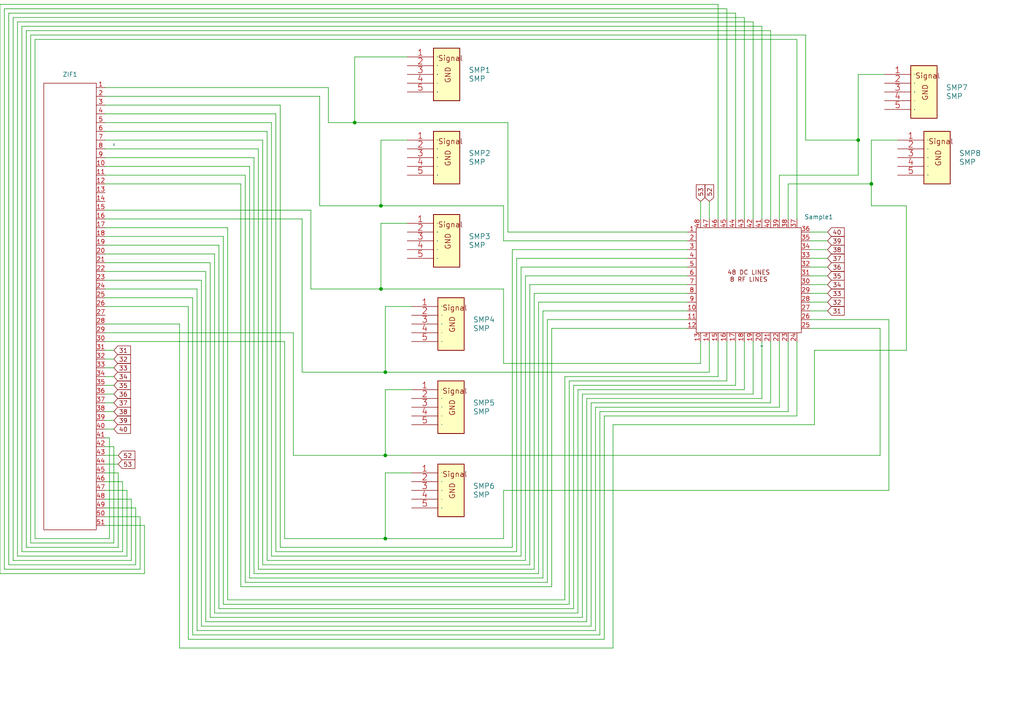
<source format=kicad_sch>
(kicad_sch (version 20231120) (generator "eeschema") (generator_version "8.0")
  (paper "A4")
  (title_block (title "Wide Carrier PCB") (date "2023-11-02") (rev "v1") (company "Quantum Science and Technology Lab") (comment 1 "By: Marcus Edwards"))
  (lib_symbols
    (symbol "carrier:SMP" (pin_names (offset 1.016))
      (property "Reference" "SMP" (at 7.62 7.62 0))
      (property "Value" "SMP" (at 7.62 -10.16 0))
      (symbol "SMP_0_1"
        (rectangle (start 7.62 -7.62) (end 15.24 7.62) (stroke (width 0.254)) (fill (type background)))
        (pin passive line (at 0 5.08 0) (length 7.62) (name "1") (number "1"))
        (pin passive line (at 0 2.54 0) (length 7.62) (name "2") (number "2"))
        (pin passive line (at 0 0 0) (length 7.62) (name "3") (number "3"))
        (pin passive line (at 0 -2.54 0) (length 7.62) (name "4") (number "4"))
        (pin passive line (at 0 -5.08 0) (length 7.62) (name "5") (number "5"))
      )
      (symbol "SMP_1_1"
        (text "GND" (at 12.7 -2.54 900) (effects (font (size 1.524 1.524)) (justify left bottom)))
        (text "Signal" (at 8.89 3.81 0) (effects (font (size 1.524 1.524)) (justify left bottom)))
      )
    )
    (symbol "new_carrier:MOLEX_5025985193"
      (property "Reference" "ZIF" (at 0 -12.7 0))
      (symbol "MOLEX_5025985193_1_1"
        (rectangle (start -62.23 -3.81) (end 67.31 -19.05))
        (pin passive line (at -60.96 -1.27 270) (length 2.54) (name "") (number "1"))
        (pin passive line (at -38.1 -1.27 270) (length 2.54) (name "") (number "10"))
        (pin passive line (at -35.56 -1.27 270) (length 2.54) (name "") (number "11"))
        (pin passive line (at -33.02 -1.27 270) (length 2.54) (name "") (number "12"))
        (pin passive line (at -30.48 -1.27 270) (length 2.54) (name "") (number "13"))
        (pin passive line (at -27.94 -1.27 270) (length 2.54) (name "") (number "14"))
        (pin passive line (at -25.4 -1.27 270) (length 2.54) (name "") (number "15"))
        (pin passive line (at -22.86 -1.27 270) (length 2.54) (name "") (number "16"))
        (pin passive line (at -20.32 -1.27 270) (length 2.54) (name "") (number "17"))
        (pin passive line (at -17.78 -1.27 270) (length 2.54) (name "") (number "18"))
        (pin passive line (at -15.24 -1.27 270) (length 2.54) (name "") (number "19"))
        (pin passive line (at -58.42 -1.27 270) (length 2.54) (name "") (number "2"))
        (pin passive line (at -12.7 -1.27 270) (length 2.54) (name "") (number "20"))
        (pin passive line (at -10.16 -1.27 270) (length 2.54) (name "") (number "21"))
        (pin passive line (at -7.62 -1.27 270) (length 2.54) (name "") (number "22"))
        (pin passive line (at -5.08 -1.27 270) (length 2.54) (name "") (number "23"))
        (pin passive line (at -2.54 -1.27 270) (length 2.54) (name "") (number "24"))
        (pin passive line (at 0 -1.27 270) (length 2.54) (name "") (number "25"))
        (pin passive line (at 2.54 -1.27 270) (length 2.54) (name "") (number "26"))
        (pin passive line (at 5.08 -1.27 270) (length 2.54) (name "") (number "27"))
        (pin passive line (at 7.62 -1.27 270) (length 2.54) (name "") (number "28"))
        (pin passive line (at 10.16 -1.27 270) (length 2.54) (name "") (number "29"))
        (pin passive line (at -55.88 -1.27 270) (length 2.54) (name "") (number "3"))
        (pin passive line (at 12.7 -1.27 270) (length 2.54) (name "") (number "30"))
        (pin passive line (at 15.24 -1.27 270) (length 2.54) (name "") (number "31"))
        (pin passive line (at 17.78 -1.27 270) (length 2.54) (name "") (number "32"))
        (pin passive line (at 20.32 -1.27 270) (length 2.54) (name "") (number "33"))
        (pin passive line (at 22.86 -1.27 270) (length 2.54) (name "") (number "34"))
        (pin passive line (at 25.4 -1.27 270) (length 2.54) (name "") (number "35"))
        (pin passive line (at 27.94 -1.27 270) (length 2.54) (name "") (number "36"))
        (pin passive line (at 30.48 -1.27 270) (length 2.54) (name "") (number "37"))
        (pin passive line (at 33.02 -1.27 270) (length 2.54) (name "") (number "38"))
        (pin passive line (at 35.56 -1.27 270) (length 2.54) (name "") (number "39"))
        (pin passive line (at -53.34 -1.27 270) (length 2.54) (name "") (number "4"))
        (pin passive line (at 38.1 -1.27 270) (length 2.54) (name "") (number "40"))
        (pin passive line (at 40.64 -1.27 270) (length 2.54) (name "") (number "41"))
        (pin passive line (at 43.18 -1.27 270) (length 2.54) (name "") (number "42"))
        (pin passive line (at 45.72 -1.27 270) (length 2.54) (name "") (number "43"))
        (pin passive line (at 48.26 -1.27 270) (length 2.54) (name "") (number "44"))
        (pin passive line (at 50.8 -1.27 270) (length 2.54) (name "") (number "45"))
        (pin passive line (at 53.34 -1.27 270) (length 2.54) (name "") (number "46"))
        (pin passive line (at 55.88 -1.27 270) (length 2.54) (name "") (number "47"))
        (pin passive line (at 58.42 -1.27 270) (length 2.54) (name "") (number "48"))
        (pin passive line (at 60.96 -1.27 270) (length 2.54) (name "") (number "49"))
        (pin passive line (at -50.8 -1.27 270) (length 2.54) (name "") (number "5"))
        (pin passive line (at 63.5 -1.27 270) (length 2.54) (name "") (number "50"))
        (pin passive line (at 66.04 -1.27 270) (length 2.54) (name "") (number "51"))
        (pin passive line (at -48.26 -1.27 270) (length 2.54) (name "") (number "6"))
        (pin passive line (at -45.72 -1.27 270) (length 2.54) (name "") (number "7"))
        (pin passive line (at -43.18 -1.27 270) (length 2.54) (name "") (number "8"))
        (pin passive line (at -40.64 -1.27 270) (length 2.54) (name "") (number "9"))
      )
    )
    (symbol "new_carrier:sample" (in_bom no)
      (property "Reference" "Sample" (at 0 -8.89 0))
      (symbol "sample_0_1"
        (rectangle (start -15.24 13.97) (end 15.24 -16.51))
      )
      (symbol "sample_1_1"
        (text "48 DC LINES\n8 RF LINES" (at 0 0 0) (effects (font (size 1.27 1.27))))
        (pin passive line (at -17.78 12.7 0) (length 2.54) (name "") (number "1"))
        (pin passive line (at -17.78 -10.16 0) (length 2.54) (name "") (number "10"))
        (pin passive line (at -17.78 -12.7 0) (length 2.54) (name "") (number "11"))
        (pin passive line (at -17.78 -15.24 0) (length 2.54) (name "") (number "12"))
        (pin passive line (at -13.97 -19.05 90) (length 2.54) (name "") (number "13"))
        (pin passive line (at -11.43 -19.05 90) (length 2.54) (name "") (number "14"))
        (pin passive line (at -8.89 -19.05 90) (length 2.54) (name "") (number "15"))
        (pin passive line (at -6.35 -19.05 90) (length 2.54) (name "") (number "16"))
        (pin passive line (at -3.81 -19.05 90) (length 2.54) (name "") (number "17"))
        (pin passive line (at -1.27 -19.05 90) (length 2.54) (name "") (number "18"))
        (pin passive line (at 1.27 -19.05 90) (length 2.54) (name "") (number "19"))
        (pin passive line (at -17.78 10.16 0) (length 2.54) (name "") (number "2"))
        (pin passive line (at 3.81 -19.05 90) (length 2.54) (name "") (number "20"))
        (pin passive line (at 6.35 -19.05 90) (length 2.54) (name "") (number "21"))
        (pin passive line (at 8.89 -19.05 90) (length 2.54) (name "") (number "22"))
        (pin passive line (at 11.43 -19.05 90) (length 2.54) (name "") (number "23"))
        (pin passive line (at 13.97 -19.05 90) (length 2.54) (name "") (number "24"))
        (pin passive line (at 17.78 -15.24 180) (length 2.54) (name "") (number "25"))
        (pin passive line (at 17.78 -12.7 180) (length 2.54) (name "") (number "26"))
        (pin passive line (at 17.78 -10.16 180) (length 2.54) (name "") (number "27"))
        (pin passive line (at 17.78 -7.62 180) (length 2.54) (name "") (number "28"))
        (pin passive line (at 17.78 -5.08 180) (length 2.54) (name "") (number "29"))
        (pin passive line (at -17.78 7.62 0) (length 2.54) (name "") (number "3"))
        (pin passive line (at 17.78 -2.54 180) (length 2.54) (name "") (number "30"))
        (pin passive line (at 17.78 0 180) (length 2.54) (name "") (number "31"))
        (pin passive line (at 17.78 2.54 180) (length 2.54) (name "") (number "32"))
        (pin passive line (at 17.78 5.08 180) (length 2.54) (name "") (number "33"))
        (pin passive line (at 17.78 7.62 180) (length 2.54) (name "") (number "34"))
        (pin passive line (at 17.78 10.16 180) (length 2.54) (name "") (number "35"))
        (pin passive line (at 17.78 12.7 180) (length 2.54) (name "") (number "36"))
        (pin passive line (at 13.97 16.51 270) (length 2.54) (name "") (number "37"))
        (pin passive line (at 11.43 16.51 270) (length 2.54) (name "") (number "38"))
        (pin passive line (at 8.89 16.51 270) (length 2.54) (name "") (number "39"))
        (pin passive line (at -17.78 5.08 0) (length 2.54) (name "") (number "4"))
        (pin passive line (at 6.35 16.51 270) (length 2.54) (name "") (number "40"))
        (pin passive line (at 3.81 16.51 270) (length 2.54) (name "") (number "41"))
        (pin passive line (at 1.27 16.51 270) (length 2.54) (name "") (number "42"))
        (pin passive line (at -1.27 16.51 270) (length 2.54) (name "") (number "43"))
        (pin passive line (at -3.81 16.51 270) (length 2.54) (name "") (number "44"))
        (pin passive line (at -6.35 16.51 270) (length 2.54) (name "") (number "45"))
        (pin passive line (at -8.89 16.51 270) (length 2.54) (name "") (number "46"))
        (pin passive line (at -11.43 16.51 270) (length 2.54) (name "") (number "47"))
        (pin passive line (at -13.97 16.51 270) (length 2.54) (name "") (number "48"))
        (pin passive line (at -17.78 2.54 0) (length 2.54) (name "") (number "5"))
        (pin passive line (at -17.78 0 0) (length 2.54) (name "") (number "6"))
        (pin passive line (at -17.78 -2.54 0) (length 2.54) (name "") (number "7"))
        (pin passive line (at -17.78 -5.08 0) (length 2.54) (name "") (number "8"))
        (pin passive line (at -17.78 -7.62 0) (length 2.54) (name "") (number "9"))
      )
    )
  )
  (junction (at 111.76 156.21))
  (junction (at 111.76 132.08))
  (junction (at 248.92 40.64))
  (junction (at 102.87 35.56))
  (junction (at 110.49 83.82))
  (junction (at 252.73 53.34))
  (junction (at 110.49 59.69))
  (junction (at 111.76 107.95))
  (wire (pts (xy 157.48 167.64) (xy 157.48 90.17)))
  (wire (pts (xy 148.59 72.39) (xy 199.39 72.39)))
  (wire (pts (xy 8.89 157.48) (xy 8.89 10.16)))
  (wire (pts (xy 2.54 3.81) (xy 2.54 163.83)))
  (wire (pts (xy 30.48 45.72) (xy 73.66 45.72)))
  (wire (pts (xy 5.08 6.35) (xy 5.08 161.29)))
  (wire (pts (xy 30.48 93.98) (xy 52.07 93.98)))
  (wire (pts (xy 87.63 107.95) (xy 111.76 107.95)))
  (wire (pts (xy 36.83 142.24) (xy 30.48 142.24)))
  (wire (pts (xy 173.99 119.38) (xy 228.6 119.38)))
  (wire (pts (xy 234.95 80.01) (xy 240.03 80.01)))
  (wire (pts (xy 40.64 165.1) (xy 40.64 149.86)))
  (wire (pts (xy 2.54 163.83) (xy 39.37 163.83)))
  (wire (pts (xy 33.02 157.48) (xy 8.89 157.48)))
  (wire (pts (xy 82.55 156.21) (xy 111.76 156.21)))
  (wire (pts (xy 163.83 109.22) (xy 208.28 109.22)))
  (wire (pts (xy 30.48 33.02) (xy 80.01 33.02)))
  (wire (pts (xy 146.05 156.21) (xy 146.05 142.24)))
  (wire (pts (xy 73.66 166.37) (xy 156.21 166.37)))
  (wire (pts (xy 30.48 109.22) (xy 33.02 109.22)))
  (wire (pts (xy 30.48 71.12) (xy 63.5 71.12)))
  (wire (pts (xy 31.75 127) (xy 31.75 156.21)))
  (wire (pts (xy 111.76 107.95) (xy 205.74 107.95)))
  (wire (pts (xy 30.48 134.62) (xy 34.29 134.62)))
  (wire (pts (xy 34.29 158.75) (xy 34.29 137.16)))
  (wire (pts (xy 146.05 59.69) (xy 146.05 69.85)))
  (wire (pts (xy 156.21 87.63) (xy 199.39 87.63)))
  (wire (pts (xy 234.95 72.39) (xy 240.03 72.39)))
  (wire (pts (xy 152.4 80.01) (xy 199.39 80.01)))
  (wire (pts (xy 168.91 179.07) (xy 168.91 114.3)))
  (wire (pts (xy 64.77 68.58) (xy 64.77 175.26)))
  (wire (pts (xy 66.04 173.99) (xy 163.83 173.99)))
  (wire (pts (xy 156.21 166.37) (xy 156.21 87.63)))
  (wire (pts (xy 146.05 105.41) (xy 203.2 105.41)))
  (wire (pts (xy 110.49 83.82) (xy 146.05 83.82)))
  (wire (pts (xy 102.87 35.56) (xy 147.32 35.56)))
  (wire (pts (xy 7.62 158.75) (xy 34.29 158.75)))
  (wire (pts (xy 118.11 40.64) (xy 110.49 40.64)))
  (wire (pts (xy 3.81 5.08) (xy 3.81 162.56)))
  (wire (pts (xy 69.85 170.18) (xy 160.02 170.18)))
  (wire (pts (xy 38.1 162.56) (xy 38.1 144.78)))
  (wire (pts (xy 78.74 35.56) (xy 78.74 161.29)))
  (wire (pts (xy 203.2 58.42) (xy 203.2 63.5)))
  (wire (pts (xy 30.48 68.58) (xy 64.77 68.58)))
  (wire (pts (xy 248.92 50.8) (xy 226.06 50.8)))
  (wire (pts (xy 213.36 3.81) (xy 2.54 3.81)))
  (wire (pts (xy 58.42 181.61) (xy 171.45 181.61)))
  (wire (pts (xy 154.94 85.09) (xy 199.39 85.09)))
  (wire (pts (xy 90.17 83.82) (xy 110.49 83.82)))
  (wire (pts (xy 218.44 99.06) (xy 218.44 114.3)))
  (wire (pts (xy 177.8 187.96) (xy 177.8 123.19)))
  (wire (pts (xy 233.68 40.64) (xy 248.92 40.64)))
  (wire (pts (xy 218.44 6.35) (xy 5.08 6.35)))
  (wire (pts (xy 30.48 48.26) (xy 72.39 48.26)))
  (wire (pts (xy 55.88 184.15) (xy 173.99 184.15)))
  (wire (pts (xy 234.95 74.93) (xy 240.03 74.93)))
  (wire (pts (xy 203.2 99.06) (xy 203.2 105.41)))
  (wire (pts (xy 34.29 137.16) (xy 30.48 137.16)))
  (wire (pts (xy 163.83 173.99) (xy 163.83 109.22)))
  (wire (pts (xy 30.48 43.18) (xy 74.93 43.18)))
  (wire (pts (xy 77.47 38.1) (xy 77.47 162.56)))
  (wire (pts (xy 234.95 87.63) (xy 240.03 87.63)))
  (wire (pts (xy 256.54 21.59) (xy 248.92 21.59)))
  (wire (pts (xy 30.48 66.04) (xy 66.04 66.04)))
  (wire (pts (xy 149.86 160.02) (xy 149.86 74.93)))
  (wire (pts (xy 160.02 95.25) (xy 199.39 95.25)))
  (wire (pts (xy 234.95 92.71) (xy 257.81 92.71)))
  (wire (pts (xy 234.95 69.85) (xy 240.03 69.85)))
  (wire (pts (xy 234.95 77.47) (xy 240.03 77.47)))
  (wire (pts (xy 236.22 123.19) (xy 236.22 101.6)))
  (wire (pts (xy 60.96 179.07) (xy 168.91 179.07)))
  (wire (pts (xy 3.81 162.56) (xy 38.1 162.56)))
  (wire (pts (xy 157.48 90.17) (xy 199.39 90.17)))
  (wire (pts (xy 80.01 160.02) (xy 149.86 160.02)))
  (wire (pts (xy 223.52 8.89) (xy 7.62 8.89)))
  (wire (pts (xy 248.92 21.59) (xy 248.92 40.64)))
  (wire (pts (xy 218.44 6.35) (xy 218.44 63.5)))
  (wire (pts (xy 167.64 113.03) (xy 215.9 113.03)))
  (wire (pts (xy 111.76 88.9) (xy 111.76 107.95)))
  (wire (pts (xy 78.74 161.29) (xy 151.13 161.29)))
  (wire (pts (xy 168.91 114.3) (xy 218.44 114.3)))
  (wire (pts (xy 172.72 118.11) (xy 226.06 118.11)))
  (wire (pts (xy 234.95 82.55) (xy 240.03 82.55)))
  (wire (pts (xy 30.48 114.3) (xy 33.02 114.3)))
  (wire (pts (xy 54.61 88.9) (xy 54.61 185.42)))
  (wire (pts (xy 111.76 132.08) (xy 255.27 132.08)))
  (wire (pts (xy 30.48 27.94) (xy 92.71 27.94)))
  (wire (pts (xy 30.48 40.64) (xy 76.2 40.64)))
  (wire (pts (xy 151.13 77.47) (xy 199.39 77.47)))
  (wire (pts (xy 0 166.37) (xy 41.91 166.37)))
  (wire (pts (xy 30.48 78.74) (xy 59.69 78.74)))
  (wire (pts (xy 10.16 11.43) (xy 10.16 156.21)))
  (wire (pts (xy 118.11 16.51) (xy 102.87 16.51)))
  (wire (pts (xy 39.37 147.32) (xy 30.48 147.32)))
  (wire (pts (xy 153.67 163.83) (xy 153.67 82.55)))
  (wire (pts (xy 175.26 120.65) (xy 231.14 120.65)))
  (wire (pts (xy 151.13 161.29) (xy 151.13 77.47)))
  (wire (pts (xy 31.75 127) (xy 30.48 127)))
  (wire (pts (xy 210.82 2.54) (xy 1.27 2.54)))
  (wire (pts (xy 52.07 93.98) (xy 52.07 187.96)))
  (wire (pts (xy 210.82 99.06) (xy 210.82 110.49)))
  (wire (pts (xy 226.06 50.8) (xy 226.06 63.5)))
  (wire (pts (xy 210.82 2.54) (xy 210.82 63.5)))
  (wire (pts (xy 110.49 59.69) (xy 146.05 59.69)))
  (wire (pts (xy 252.73 59.69) (xy 252.73 53.34)))
  (wire (pts (xy 205.74 99.06) (xy 205.74 107.95)))
  (wire (pts (xy 205.74 58.42) (xy 205.74 63.5)))
  (wire (pts (xy 30.48 63.5) (xy 87.63 63.5)))
  (wire (pts (xy 172.72 182.88) (xy 172.72 118.11)))
  (wire (pts (xy 260.35 40.64) (xy 252.73 40.64)))
  (wire (pts (xy 30.48 88.9) (xy 54.61 88.9)))
  (wire (pts (xy 74.93 165.1) (xy 154.94 165.1)))
  (wire (pts (xy 30.48 121.92) (xy 33.02 121.92)))
  (wire (pts (xy 110.49 64.77) (xy 110.49 83.82)))
  (wire (pts (xy 158.75 168.91) (xy 158.75 92.71)))
  (wire (pts (xy 30.48 30.48) (xy 81.28 30.48)))
  (wire (pts (xy 85.09 96.52) (xy 85.09 132.08)))
  (wire (pts (xy 234.95 90.17) (xy 240.03 90.17)))
  (wire (pts (xy 226.06 99.06) (xy 226.06 118.11)))
  (wire (pts (xy 69.85 53.34) (xy 69.85 170.18)))
  (wire (pts (xy 220.98 7.62) (xy 220.98 63.5)))
  (wire (pts (xy 30.48 38.1) (xy 77.47 38.1)))
  (wire (pts (xy 208.28 1.27) (xy 208.28 63.5)))
  (wire (pts (xy 257.81 142.24) (xy 257.81 92.71)))
  (wire (pts (xy 62.23 73.66) (xy 62.23 177.8)))
  (wire (pts (xy 30.48 106.68) (xy 33.02 106.68)))
  (wire (pts (xy 30.48 73.66) (xy 62.23 73.66)))
  (wire (pts (xy 7.62 8.89) (xy 7.62 158.75)))
  (wire (pts (xy 208.28 99.06) (xy 208.28 109.22)))
  (wire (pts (xy 76.2 40.64) (xy 76.2 163.83)))
  (wire (pts (xy 118.11 64.77) (xy 110.49 64.77)))
  (wire (pts (xy 57.15 182.88) (xy 172.72 182.88)))
  (wire (pts (xy 158.75 92.71) (xy 199.39 92.71)))
  (wire (pts (xy 30.48 50.8) (xy 71.12 50.8)))
  (wire (pts (xy 215.9 5.08) (xy 215.9 63.5)))
  (wire (pts (xy 248.92 50.8) (xy 248.92 40.64)))
  (wire (pts (xy 119.38 113.03) (xy 111.76 113.03)))
  (wire (pts (xy 154.94 165.1) (xy 154.94 85.09)))
  (wire (pts (xy 66.04 66.04) (xy 66.04 173.99)))
  (wire (pts (xy 72.39 167.64) (xy 157.48 167.64)))
  (wire (pts (xy 146.05 83.82) (xy 146.05 105.41)))
  (wire (pts (xy 110.49 40.64) (xy 110.49 59.69)))
  (wire (pts (xy 71.12 50.8) (xy 71.12 168.91)))
  (wire (pts (xy 60.96 76.2) (xy 60.96 179.07)))
  (wire (pts (xy 58.42 81.28) (xy 58.42 181.61)))
  (wire (pts (xy 30.48 76.2) (xy 60.96 76.2)))
  (wire (pts (xy 63.5 71.12) (xy 63.5 176.53)))
  (wire (pts (xy 74.93 43.18) (xy 74.93 165.1)))
  (wire (pts (xy 30.48 53.34) (xy 69.85 53.34)))
  (wire (pts (xy 220.98 99.06) (xy 220.98 115.57)))
  (wire (pts (xy 38.1 144.78) (xy 30.48 144.78)))
  (wire (pts (xy 85.09 132.08) (xy 111.76 132.08)))
  (wire (pts (xy 111.76 156.21) (xy 146.05 156.21)))
  (wire (pts (xy 76.2 163.83) (xy 153.67 163.83)))
  (wire (pts (xy 6.35 160.02) (xy 35.56 160.02)))
  (wire (pts (xy 54.61 185.42) (xy 175.26 185.42)))
  (wire (pts (xy 167.64 177.8) (xy 167.64 113.03)))
  (wire (pts (xy 228.6 99.06) (xy 228.6 119.38)))
  (wire (pts (xy 71.12 168.91) (xy 158.75 168.91)))
  (wire (pts (xy 55.88 86.36) (xy 55.88 184.15)))
  (wire (pts (xy 228.6 53.34) (xy 252.73 53.34)))
  (wire (pts (xy 30.48 96.52) (xy 85.09 96.52)))
  (wire (pts (xy 35.56 160.02) (xy 35.56 139.7)))
  (wire (pts (xy 72.39 48.26) (xy 72.39 167.64)))
  (wire (pts (xy 30.48 132.08) (xy 34.29 132.08)))
  (wire (pts (xy 165.1 110.49) (xy 210.82 110.49)))
  (wire (pts (xy 33.02 129.54) (xy 30.48 129.54)))
  (wire (pts (xy 147.32 35.56) (xy 147.32 67.31)))
  (wire (pts (xy 5.08 161.29) (xy 36.83 161.29)))
  (wire (pts (xy 57.15 83.82) (xy 57.15 182.88)))
  (wire (pts (xy 111.76 113.03) (xy 111.76 132.08)))
  (wire (pts (xy 90.17 60.96) (xy 90.17 83.82)))
  (wire (pts (xy 62.23 177.8) (xy 167.64 177.8)))
  (wire (pts (xy 30.48 116.84) (xy 33.02 116.84)))
  (wire (pts (xy 30.48 81.28) (xy 58.42 81.28)))
  (wire (pts (xy 153.67 82.55) (xy 199.39 82.55)))
  (wire (pts (xy 175.26 185.42) (xy 175.26 120.65)))
  (wire (pts (xy 147.32 67.31) (xy 199.39 67.31)))
  (wire (pts (xy 223.52 8.89) (xy 223.52 63.5)))
  (wire (pts (xy 213.36 3.81) (xy 213.36 63.5)))
  (wire (pts (xy 92.71 27.94) (xy 92.71 59.69)))
  (wire (pts (xy 262.89 59.69) (xy 262.89 101.6)))
  (wire (pts (xy 102.87 16.51) (xy 102.87 35.56)))
  (wire (pts (xy 30.48 99.06) (xy 82.55 99.06)))
  (wire (pts (xy 95.25 35.56) (xy 102.87 35.56)))
  (wire (pts (xy 208.28 1.27) (xy 0 1.27)))
  (wire (pts (xy 40.64 149.86) (xy 30.48 149.86)))
  (wire (pts (xy 173.99 184.15) (xy 173.99 119.38)))
  (wire (pts (xy 30.48 119.38) (xy 33.02 119.38)))
  (wire (pts (xy 119.38 137.16) (xy 111.76 137.16)))
  (wire (pts (xy 213.36 99.06) (xy 213.36 111.76)))
  (wire (pts (xy 30.48 111.76) (xy 33.02 111.76)))
  (wire (pts (xy 149.86 74.93) (xy 199.39 74.93)))
  (wire (pts (xy 234.95 95.25) (xy 255.27 95.25)))
  (wire (pts (xy 215.9 99.06) (xy 215.9 113.03)))
  (wire (pts (xy 262.89 101.6) (xy 236.22 101.6)))
  (wire (pts (xy 233.68 10.16) (xy 233.68 40.64)))
  (wire (pts (xy 35.56 139.7) (xy 30.48 139.7)))
  (wire (pts (xy 223.52 99.06) (xy 223.52 116.84)))
  (wire (pts (xy 255.27 132.08) (xy 255.27 95.25)))
  (wire (pts (xy 111.76 137.16) (xy 111.76 156.21)))
  (wire (pts (xy 1.27 165.1) (xy 40.64 165.1)))
  (wire (pts (xy 52.07 187.96) (xy 177.8 187.96)))
  (wire (pts (xy 0 1.27) (xy 0 166.37)))
  (wire (pts (xy 30.48 104.14) (xy 33.02 104.14)))
  (wire (pts (xy 146.05 142.24) (xy 257.81 142.24)))
  (wire (pts (xy 33.02 129.54) (xy 33.02 157.48)))
  (wire (pts (xy 81.28 30.48) (xy 81.28 158.75)))
  (wire (pts (xy 30.48 60.96) (xy 90.17 60.96)))
  (wire (pts (xy 228.6 53.34) (xy 228.6 63.5)))
  (wire (pts (xy 30.48 83.82) (xy 57.15 83.82)))
  (wire (pts (xy 77.47 162.56) (xy 152.4 162.56)))
  (wire (pts (xy 160.02 170.18) (xy 160.02 95.25)))
  (wire (pts (xy 119.38 88.9) (xy 111.76 88.9)))
  (wire (pts (xy 231.14 99.06) (xy 231.14 120.65)))
  (wire (pts (xy 39.37 163.83) (xy 39.37 147.32)))
  (wire (pts (xy 148.59 158.75) (xy 148.59 72.39)))
  (wire (pts (xy 73.66 45.72) (xy 73.66 166.37)))
  (wire (pts (xy 146.05 69.85) (xy 199.39 69.85)))
  (wire (pts (xy 166.37 176.53) (xy 166.37 111.76)))
  (wire (pts (xy 234.95 85.09) (xy 240.03 85.09)))
  (wire (pts (xy 59.69 180.34) (xy 170.18 180.34)))
  (wire (pts (xy 92.71 59.69) (xy 110.49 59.69)))
  (wire (pts (xy 177.8 123.19) (xy 236.22 123.19)))
  (wire (pts (xy 41.91 166.37) (xy 41.91 152.4)))
  (wire (pts (xy 166.37 111.76) (xy 213.36 111.76)))
  (wire (pts (xy 36.83 161.29) (xy 36.83 142.24)))
  (wire (pts (xy 41.91 152.4) (xy 30.48 152.4)))
  (wire (pts (xy 82.55 99.06) (xy 82.55 156.21)))
  (wire (pts (xy 171.45 116.84) (xy 223.52 116.84)))
  (wire (pts (xy 63.5 176.53) (xy 166.37 176.53)))
  (wire (pts (xy 30.48 86.36) (xy 55.88 86.36)))
  (wire (pts (xy 252.73 59.69) (xy 262.89 59.69)))
  (wire (pts (xy 215.9 5.08) (xy 3.81 5.08)))
  (wire (pts (xy 80.01 33.02) (xy 80.01 160.02)))
  (wire (pts (xy 170.18 115.57) (xy 220.98 115.57)))
  (wire (pts (xy 30.48 35.56) (xy 78.74 35.56)))
  (wire (pts (xy 30.48 124.46) (xy 33.02 124.46)))
  (wire (pts (xy 234.95 67.31) (xy 240.03 67.31)))
  (wire (pts (xy 170.18 180.34) (xy 170.18 115.57)))
  (wire (pts (xy 59.69 78.74) (xy 59.69 180.34)))
  (wire (pts (xy 8.89 10.16) (xy 233.68 10.16)))
  (wire (pts (xy 231.14 11.43) (xy 231.14 63.5)))
  (wire (pts (xy 171.45 181.61) (xy 171.45 116.84)))
  (wire (pts (xy 231.14 11.43) (xy 10.16 11.43)))
  (wire (pts (xy 64.77 175.26) (xy 165.1 175.26)))
  (wire (pts (xy 220.98 7.62) (xy 6.35 7.62)))
  (wire (pts (xy 81.28 158.75) (xy 148.59 158.75)))
  (wire (pts (xy 30.48 25.4) (xy 95.25 25.4)))
  (wire (pts (xy 30.48 101.6) (xy 33.02 101.6)))
  (wire (pts (xy 10.16 156.21) (xy 31.75 156.21)))
  (wire (pts (xy 252.73 40.64) (xy 252.73 53.34)))
  (wire (pts (xy 152.4 162.56) (xy 152.4 80.01)))
  (wire (pts (xy 1.27 2.54) (xy 1.27 165.1)))
  (wire (pts (xy 165.1 175.26) (xy 165.1 110.49)))
  (wire (pts (xy 6.35 7.62) (xy 6.35 160.02)))
  (wire (pts (xy 95.25 25.4) (xy 95.25 35.56)))
  (wire (pts (xy 87.63 63.5) (xy 87.63 107.95)))
  (global_label "38" (shape input) (at 33.02 119.38 0) (property "Intersheetrefs" "${INTERSHEET_REFS}" (effects (hide yes))))
  (global_label "37" (shape input) (at 240.03 74.93 0) (property "Intersheetrefs" "${INTERSHEET_REFS}" (effects (hide yes))))
  (global_label "39" (shape input) (at 33.02 121.92 0) (property "Intersheetrefs" "${INTERSHEET_REFS}" (effects (hide yes))))
  (global_label "52" (shape input) (at 34.29 132.08 0) (property "Intersheetrefs" "${INTERSHEET_REFS}" (effects (hide yes))))
  (global_label "36" (shape input) (at 240.03 77.47 0) (property "Intersheetrefs" "${INTERSHEET_REFS}" (effects (hide yes))))
  (global_label "33" (shape input) (at 240.03 85.09 0) (property "Intersheetrefs" "${INTERSHEET_REFS}" (effects (hide yes))))
  (global_label "53" (shape input) (at 34.29 134.62 0) (property "Intersheetrefs" "${INTERSHEET_REFS}" (effects (hide yes))))
  (global_label "40" (shape input) (at 33.02 124.46 0) (property "Intersheetrefs" "${INTERSHEET_REFS}" (effects (hide yes))))
  (global_label "36" (shape input) (at 33.02 114.3 0) (property "Intersheetrefs" "${INTERSHEET_REFS}" (effects (hide yes))))
  (global_label "38" (shape input) (at 240.03 72.39 0) (property "Intersheetrefs" "${INTERSHEET_REFS}" (effects (hide yes))))
  (global_label "31" (shape input) (at 240.03 90.17 0) (property "Intersheetrefs" "${INTERSHEET_REFS}" (effects (hide yes))))
  (global_label "31" (shape input) (at 33.02 101.6 0) (property "Intersheetrefs" "${INTERSHEET_REFS}" (effects (hide yes))))
  (global_label "32" (shape input) (at 33.02 104.14 0) (property "Intersheetrefs" "${INTERSHEET_REFS}" (effects (hide yes))))
  (global_label "37" (shape input) (at 33.02 116.84 0) (property "Intersheetrefs" "${INTERSHEET_REFS}" (effects (hide yes))))
  (global_label "35" (shape input) (at 33.02 111.76 0) (property "Intersheetrefs" "${INTERSHEET_REFS}" (effects (hide yes))))
  (global_label "33" (shape input) (at 33.02 106.68 0) (property "Intersheetrefs" "${INTERSHEET_REFS}" (effects (hide yes))))
  (global_label "53" (shape input) (at 203.2 58.42 90) (property "Intersheetrefs" "${INTERSHEET_REFS}" (effects (hide yes))))
  (global_label "52" (shape input) (at 205.74 58.42 90) (property "Intersheetrefs" "${INTERSHEET_REFS}" (effects (hide yes))))
  (global_label "32" (shape input) (at 240.03 87.63 0) (property "Intersheetrefs" "${INTERSHEET_REFS}" (effects (hide yes))))
  (global_label "35" (shape input) (at 240.03 80.01 0) (property "Intersheetrefs" "${INTERSHEET_REFS}" (effects (hide yes))))
  (global_label "40" (shape input) (at 240.03 67.31 0) (property "Intersheetrefs" "${INTERSHEET_REFS}" (effects (hide yes))))
  (global_label "34" (shape input) (at 240.03 82.55 0) (property "Intersheetrefs" "${INTERSHEET_REFS}" (effects (hide yes))))
  (global_label "39" (shape input) (at 240.03 69.85 0) (property "Intersheetrefs" "${INTERSHEET_REFS}" (effects (hide yes))))
  (global_label "34" (shape input) (at 33.02 109.22 0) (property "Intersheetrefs" "${INTERSHEET_REFS}" (effects (hide yes))))
  (symbol (lib_id "carrier:SMP") (at 118.11 21.59 0) (unit 1)
    (property "Reference" "SMP1" (at 135.89 20.32 0) (effects (font (size 1.524 1.524)) (justify left)))
    (property "Value" "SMP" (at 135.89 22.86 0) (effects (font (size 1.524 1.524)) (justify left)))
    (property "Footprint" "PcbLib_narrow_v2:581-M25-113L461" (effects (hide yes)))
  )
  (symbol (lib_id "carrier:SMP") (at 260.35 45.72 0) (unit 1)
    (property "Reference" "SMP8" (at 278.13 44.45 0) (effects (font (size 1.524 1.524)) (justify left)))
    (property "Value" "SMP" (at 278.13 46.99 0) (effects (font (size 1.524 1.524)) (justify left)))
    (property "Footprint" "PcbLib_narrow_v2:581-M25-113L461" (effects (hide yes)))
  )
  (symbol (lib_id "carrier:SMP") (at 256.54 26.67 0) (unit 1)
    (property "Reference" "SMP7" (at 274.32 25.4 0) (effects (font (size 1.524 1.524)) (justify left)))
    (property "Value" "SMP" (at 274.32 27.94 0) (effects (font (size 1.524 1.524)) (justify left)))
    (property "Footprint" "PcbLib_narrow_v2:581-M25-113L461" (effects (hide yes)))
  )
  (symbol (lib_id "carrier:SMP") (at 119.38 142.24 0) (unit 1)
    (property "Reference" "SMP6" (at 137.16 140.97 0) (effects (font (size 1.524 1.524)) (justify left)))
    (property "Value" "SMP" (at 137.16 143.51 0) (effects (font (size 1.524 1.524)) (justify left)))
    (property "Footprint" "PcbLib_narrow_v2:581-M25-113L461" (effects (hide yes)))
  )
  (symbol (lib_id "carrier:SMP") (at 119.38 93.98 0) (unit 1)
    (property "Reference" "SMP4" (at 137.16 92.71 0) (effects (font (size 1.524 1.524)) (justify left)))
    (property "Value" "SMP" (at 137.16 95.25 0) (effects (font (size 1.524 1.524)) (justify left)))
    (property "Footprint" "PcbLib_narrow_v2:581-M25-113L461" (effects (hide yes)))
  )
  (symbol (lib_id "carrier:SMP") (at 119.38 118.11 0) (unit 1)
    (property "Reference" "SMP5" (at 137.16 116.84 0) (effects (font (size 1.524 1.524)) (justify left)))
    (property "Value" "SMP" (at 137.16 119.38 0) (effects (font (size 1.524 1.524)) (justify left)))
    (property "Footprint" "PcbLib_narrow_v2:581-M25-113L461" (effects (hide yes)))
  )
  (symbol (lib_id "new_carrier:MOLEX_5025985193") (at 31.75 86.36 270) (unit 1)
    (property "Reference" "ZIF1" (at 20.32 21.59 90))
    (property "Value" "~" (at 33.02 41.91 0))
    (property "Footprint" "Molex_5025985193 (zif51):5025985193" (effects (hide yes)))
  )
  (symbol (lib_id "carrier:SMP") (at 118.11 69.85 0) (unit 1)
    (property "Reference" "SMP3" (at 135.89 68.58 0) (effects (font (size 1.524 1.524)) (justify left)))
    (property "Value" "SMP" (at 135.89 71.12 0) (effects (font (size 1.524 1.524)) (justify left)))
    (property "Footprint" "PcbLib_narrow_v2:581-M25-113L461" (effects (hide yes)))
  )
  (symbol (lib_id "carrier:SMP") (at 118.11 45.72 0) (unit 1)
    (property "Reference" "SMP2" (at 135.89 44.45 0) (effects (font (size 1.524 1.524)) (justify left)))
    (property "Value" "SMP" (at 135.89 46.99 0) (effects (font (size 1.524 1.524)) (justify left)))
    (property "Footprint" "PcbLib_narrow_v2:581-M25-113L461" (effects (hide yes)))
  )
  (symbol (lib_id "new_carrier:sample") (at 217.17 80.01 0) (unit 1) (in_bom no)
    (property "Reference" "Sample1" (at 237.49 62.9219 0))
    (property "Value" "~" (at 220.98 100.33 0))
    (property "Footprint" "PcbLib_narrow_v2:sample" (effects (hide yes)))
  )
)
</source>
